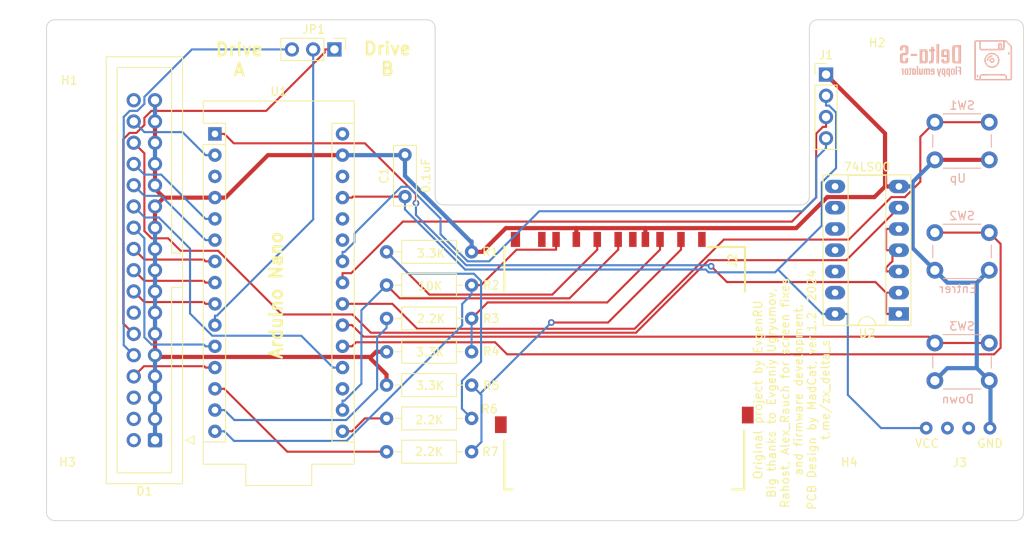
<source format=kicad_pcb>
(kicad_pcb (version 20221018) (generator pcbnew)
  (title_block (title "Delta-S Floppy Emu") (date "2024-08-09") (rev "1") (company "https://t.me/zx_delta_s"))
  (layers (0 "F.Cu" signal) (31 "B.Cu" signal) (34 "B.Paste" user) (35 "F.Paste" user) (36 "B.SilkS" user "B.Silkscreen") (37 "F.SilkS" user "F.Silkscreen") (38 "B.Mask" user) (39 "F.Mask" user) (44 "Edge.Cuts" user))
  (net 0 "")
  (net 1 "GND")
  (net 5 "+5V")
  (net 6 "Net-(D1-MOTOR_0)")
  (net 7 "Net-(D1-DRIVE_SELECT_1)")
  (net 9 "D9")
  (net 10 "D6")
  (net 11 "D5")
  (net 12 "D4")
  (net 13 "D8")
  (net 14 "A0")
  (net 15 "D3")
  (net 16 "D2")
  (net 17 "TX")
  (net 19 "RX")
  (net 20 "SDA")
  (net 21 "Net-(J2-CD{slash}DAT3)")
  (net 22 "MISO")
  (net 23 "SCL")
  (net 24 "Net-(J2-CMD)")
  (net 25 "Net-(J2-CLK)")
  (net 26 "Net-(U1-A2{slash}D16)")
  (net 27 "Net-(U1-A3{slash}D17)")
  (net 28 "Net-(U1-A1{slash}D15)")
  (net 30 "Net-(JP1-C)")
  (net 31 "3.3V")
  (net 33 "MOSI")
  (net 34 "SCK")
  (net 41 "D10")
  (net 48 "Net-(U1-D1{slash}TX)")
  (net 49 "Net-(U2-Pad3)")
  (footprint "Floppy_ftprnt_lib:USB-C Power board" (layer "F.Cu") (at 201.3 101.75005)
    (fp_text reference "J3" (at 0.175 4.2 unlocked) (layer "F.SilkS"))
    (fp_text value "Power connector")
    (fp_text user "VCC      GND" (at -5.2625 2.5 unlocked) (layer "F.SilkS") (effects (justify left bottom)))
    (pad "1" thru_hole circle (at -3.8375 0.075) (size 1.524 1.524) (drill 0.762) (layers "*.Cu" "*.Mask") (net 5 "+5V"))
    (pad "2" thru_hole circle (at -1.2975 0.075) (size 1.524 1.524) (drill 0.762) (layers "*.Cu" "*.Mask"))
    (pad "3" thru_hole circle (at 1.2425 0.075) (size 1.524 1.524) (drill 0.762) (layers "*.Cu" "*.Mask"))
    (pad "4" thru_hole circle (at 3.7825 0.075) (size 1.524 1.524) (drill 0.762) (layers "*.Cu" "*.Mask") (net 1 "GND"))
  )
  (footprint "Floppy_ftprnt_lib:MountingHole_3.5mm" (layer "F.Cu") (at 94.8764 55.49925)
    (fp_text reference "H1" (at 0.2236 4.7508) (layer "F.SilkS"))
    (fp_text value "MountingHole_3.5mm")
    (pad "" np_thru_hole circle (at 0 0) (size 3.5 3.5) (drill 3.5) (layers "*.Cu" "*.Mask"))
  )
  (footprint "Floppy_ftprnt_lib:MountingHole_3.5mm" (layer "F.Cu") (at 188.276 110.39245)
    (fp_text reference "H4" (at 0 -4.5) (layer "F.SilkS"))
    (fp_text value "MountingHole_3.5mm")
    (pad "" np_thru_hole circle (at 0 0) (size 3.5 3.5) (drill 3.5) (layers "*.Cu" "*.Mask"))
  )
  (footprint "Floppy_ftprnt_lib:SDCARD_4UCONN" (layer "F.Cu") (at 161.4 80.26825 -90)
    (fp_text reference "J2" (at 0.54 -12.94 90) (layer "F.SilkS") (effects (font (thickness 0.2) bold) (justify right)))
    (fp_text value "SD_Card")
    (pad "" np_thru_hole circle (at 23.3 -11.94 270) (size 1.55 1.55) (drill 1.55) (layers "*.Cu" "*.Mask"))
    (pad "" np_thru_hole circle (at 23.3 12.32 270) (size 1.55 1.55) (drill 1.55) (layers "*.Cu" "*.Mask"))
    (pad "1" smd rect (at -1 -6.77 270) (size 1.8 0.9) (layers "F.Cu" "F.Paste" "F.Mask") (net 21 "Net-(J2-CD{slash}DAT3)"))
    (pad "2" smd rect (at -1 -4.27 270) (size 1.8 0.9) (layers "F.Cu" "F.Paste" "F.Mask") (net 24 "Net-(J2-CMD)"))
    (pad "3" smd rect (at -1 -2.52 270) (size 1.8 0.9) (layers "F.Cu" "F.Paste" "F.Mask") (net 1 "GND"))
    (pad "4" smd rect (at -1 0.73 270) (size 1.8 0.9) (layers "F.Cu" "F.Paste" "F.Mask") (net 31 "3.3V"))
    (pad "5" smd rect (at -1 3.23 270) (size 1.8 0.9) (layers "F.Cu" "F.Paste" "F.Mask") (net 25 "Net-(J2-CLK)"))
    (pad "6" smd rect (at -1 5.73 270) (size 1.8 0.9) (layers "F.Cu" "F.Paste" "F.Mask") (net 1 "GND"))
    (pad "7" smd rect (at -1 8.15 270) (size 1.8 0.9) (layers "F.Cu" "F.Paste" "F.Mask") (net 22 "MISO"))
    (pad "8" smd rect (at -1 9.85 270) (size 1.8 0.9) (layers "F.Cu" "F.Paste" "F.Mask"))
    (pad "9" smd rect (at -1 -9.27 270) (size 1.8 0.9) (layers "F.Cu" "F.Paste" "F.Mask"))
    (pad "10" smd rect (at -1 -1.02 270) (size 1.8 0.9) (layers "F.Cu" "F.Paste" "F.Mask"))
    (pad "11" smd rect (at -1 13 270) (size 1.8 1.1) (layers "F.Cu" "F.Paste" "F.Mask"))
    (pad "12" smd rect (at 20 -14.75 270) (size 2 1.4) (layers "F.Cu" "F.Paste" "F.Mask"))
    (pad "13" smd rect (at 21.15 14.75 270) (size 2 1.4) (layers "F.Cu" "F.Paste" "F.Mask"))
  )
  (footprint "Floppy_ftprnt_lib:R_Axial_DIN0207_L6.3mm_D2.5mm_P10.16mm_Horizontal" (layer "F.Cu") (at 143.16 88.71675 180)
    (fp_text reference "R3" (at -2.34 -0.033334) (layer "F.SilkS"))
    (fp_text value "2.2K" (at 4.86 -0.033334) (layer "F.SilkS"))
    (pad "1" thru_hole circle (at 0 0 180) (size 1.6 1.6) (drill 0.8) (layers "*.Cu" "*.Mask") (net 24 "Net-(J2-CMD)"))
    (pad "2" thru_hole oval (at 10.16 0 180) (size 1.6 1.6) (drill 0.8) (layers "*.Cu" "*.Mask") (net 33 "MOSI"))
  )
  (footprint "Floppy_ftprnt_lib:R_Axial_DIN0207_L6.3mm_D2.5mm_P10.16mm_Horizontal" (layer "F.Cu") (at 143.16 92.70005 180)
    (fp_text reference "R4" (at -2.34 0.049999) (layer "F.SilkS"))
    (fp_text value "3.3K" (at 4.96 -0.050001) (layer "F.SilkS"))
    (pad "1" thru_hole circle (at 0 0 180) (size 1.6 1.6) (drill 0.8) (layers "*.Cu" "*.Mask") (net 24 "Net-(J2-CMD)"))
    (pad "2" thru_hole oval (at 10.16 0 180) (size 1.6 1.6) (drill 0.8) (layers "*.Cu" "*.Mask") (net 1 "GND"))
  )
  (footprint "Floppy_ftprnt_lib:IDC-Header_2x17_P2.54mm_Vertical" (layer "F.Cu") (at 105.34 103.26585 180)
    (fp_text reference "D1" (at 1.27 -6.1) (layer "F.SilkS"))
    (fp_text value "Floppy Connector")
    (pad "1" thru_hole roundrect (at 0 0 180) (size 1.7 1.7) (drill 1) (layers "*.Cu" "*.Mask") (roundrect_rratio 0.147059) (net 1 "GND"))
    (pad "2" thru_hole circle (at 2.54 0 180) (size 1.7 1.7) (drill 1) (layers "*.Cu" "*.Mask"))
    (pad "3" thru_hole circle (at 0 2.54 180) (size 1.7 1.7) (drill 1) (layers "*.Cu" "*.Mask") (net 1 "GND"))
    (pad "4" thru_hole circle (at 2.54 2.54 180) (size 1.7 1.7) (drill 1) (layers "*.Cu" "*.Mask"))
    (pad "5" thru_hole circle (at 0 5.08 180) (size 1.7 1.7) (drill 1) (layers "*.Cu" "*.Mask") (net 1 "GND"))
    (pad "6" thru_hole circle (at 2.54 5.08 180) (size 1.7 1.7) (drill 1) (layers "*.Cu" "*.Mask"))
    (pad "7" thru_hole circle (at 0 7.62 180) (size 1.7 1.7) (drill 1) (layers "*.Cu" "*.Mask") (net 1 "GND"))
    (pad "8" thru_hole circle (at 2.54 7.62 180) (size 1.7 1.7) (drill 1) (layers "*.Cu" "*.Mask") (net 9 "D9"))
    (pad "9" thru_hole circle (at 0 10.16 180) (size 1.7 1.7) (drill 1) (layers "*.Cu" "*.Mask") (net 1 "GND"))
    (pad "10" thru_hole circle (at 2.54 10.16 180) (size 1.7 1.7) (drill 1) (layers "*.Cu" "*.Mask") (net 6 "Net-(D1-MOTOR_0)"))
    (pad "11" thru_hole circle (at 0 12.7 180) (size 1.7 1.7) (drill 1) (layers "*.Cu" "*.Mask") (net 1 "GND"))
    (pad "12" thru_hole circle (at 2.54 12.7 180) (size 1.7 1.7) (drill 1) (layers "*.Cu" "*.Mask") (net 7 "Net-(D1-DRIVE_SELECT_1)"))
    (pad "13" thru_hole circle (at 0 15.24 180) (size 1.7 1.7) (drill 1) (layers "*.Cu" "*.Mask") (net 1 "GND"))
    (pad "14" thru_hole circle (at 2.54 15.24 180) (size 1.7 1.7) (drill 1) (layers "*.Cu" "*.Mask"))
    (pad "15" thru_hole circle (at 0 17.78 180) (size 1.7 1.7) (drill 1) (layers "*.Cu" "*.Mask") (net 1 "GND"))
    (pad "16" thru_hole circle (at 2.54 17.78 180) (size 1.7 1.7) (drill 1) (layers "*.Cu" "*.Mask") (net 10 "D6"))
    (pad "17" thru_hole circle (at 0 20.32 180) (size 1.7 1.7) (drill 1) (layers "*.Cu" "*.Mask") (net 1 "GND"))
    (pad "18" thru_hole circle (at 2.54 20.32 180) (size 1.7 1.7) (drill 1) (layers "*.Cu" "*.Mask") (net 11 "D5"))
    (pad "19" thru_hole circle (at 0 22.86 180) (size 1.7 1.7) (drill 1) (layers "*.Cu" "*.Mask") (net 1 "GND"))
    (pad "20" thru_hole circle (at 2.54 22.86 180) (size 1.7 1.7) (drill 1) (layers "*.Cu" "*.Mask") (net 12 "D4"))
    (pad "21" thru_hole circle (at 0 25.4 180) (size 1.7 1.7) (drill 1) (layers "*.Cu" "*.Mask") (net 1 "GND"))
    (pad "22" thru_hole circle (at 2.54 25.4 180) (size 1.7 1.7) (drill 1) (layers "*.Cu" "*.Mask") (net 13 "D8"))
    (pad "23" thru_hole circle (at 0 27.94 180) (size 1.7 1.7) (drill 1) (layers "*.Cu" "*.Mask") (net 1 "GND"))
    (pad "24" thru_hole circle (at 2.54 27.94 180) (size 1.7 1.7) (drill 1) (layers "*.Cu" "*.Mask") (net 14 "A0"))
    (pad "25" thru_hole circle (at 0 30.48 180) (size 1.7 1.7) (drill 1) (layers "*.Cu" "*.Mask") (net 1 "GND"))
    (pad "26" thru_hole circle (at 2.54 30.48 180) (size 1.7 1.7) (drill 1) (layers "*.Cu" "*.Mask") (net 15 "D3"))
    (pad "27" thru_hole circle (at 0 33.02 180) (size 1.7 1.7) (drill 1) (layers "*.Cu" "*.Mask") (net 1 "GND"))
    (pad "28" thru_hole circle (at 2.54 33.02 180) (size 1.7 1.7) (drill 1) (layers "*.Cu" "*.Mask") (net 16 "D2"))
    (pad "29" thru_hole circle (at 0 35.56 180) (size 1.7 1.7) (drill 1) (layers "*.Cu" "*.Mask") (net 1 "GND"))
    (pad "30" thru_hole circle (at 2.54 35.56 180) (size 1.7 1.7) (drill 1) (layers "*.Cu" "*.Mask") (net 17 "TX"))
    (pad "31" thru_hole circle (at 0 38.1 180) (size 1.7 1.7) (drill 1) (layers "*.Cu" "*.Mask") (net 1 "GND"))
    (pad "32" thru_hole circle (at 2.54 38.1 180) (size 1.7 1.7) (drill 1) (layers "*.Cu" "*.Mask") (net 19 "RX"))
    (pad "33" thru_hole circle (at 0 40.64 180) (size 1.7 1.7) (drill 1) (layers "*.Cu" "*.Mask") (net 1 "GND"))
    (pad "34" thru_hole circle (at 2.54 40.64 180) (size 1.7 1.7) (drill 1) (layers "*.Cu" "*.Mask"))
  )
  (footprint "Floppy_ftprnt_lib:DIP-14_W7.62mm_Socket_LongPads" (layer "F.Cu") (at 194.2 88.17505 180)
    (fp_text reference "U2" (at 3.81 -2.33) (layer "F.SilkS"))
    (fp_text value "74LS00" (at 3.81 17.57) (layer "F.SilkS"))
    (pad "1" thru_hole rect (at 0 0 180) (size 2.4 1.6) (drill 0.8) (layers "*.Cu" "*.Mask") (net 48 "Net-(U1-D1{slash}TX)"))
    (pad "2" thru_hole oval (at 0 2.54 180) (size 2.4 1.6) (drill 0.8) (layers "*.Cu" "*.Mask") (net 48 "Net-(U1-D1{slash}TX)"))
    (pad "3" thru_hole oval (at 0 5.08 180) (size 2.4 1.6) (drill 0.8) (layers "*.Cu" "*.Mask") (net 49 "Net-(U2-Pad3)"))
    (pad "4" thru_hole oval (at 0 7.62 180) (size 2.4 1.6) (drill 0.8) (layers "*.Cu" "*.Mask") (net 49 "Net-(U2-Pad3)"))
    (pad "5" thru_hole oval (at 0 10.16 180) (size 2.4 1.6) (drill 0.8) (layers "*.Cu" "*.Mask") (net 49 "Net-(U2-Pad3)"))
    (pad "6" thru_hole oval (at 0 12.7 180) (size 2.4 1.6) (drill 0.8) (layers "*.Cu" "*.Mask") (net 17 "TX"))
    (pad "7" thru_hole oval (at 0 15.24 180) (size 2.4 1.6) (drill 0.8) (layers "*.Cu" "*.Mask") (net 1 "GND"))
    (pad "8" thru_hole oval (at 7.62 15.24 180) (size 2.4 1.6) (drill 0.8) (layers "*.Cu" "*.Mask"))
    (pad "9" thru_hole oval (at 7.62 12.7 180) (size 2.4 1.6) (drill 0.8) (layers "*.Cu" "*.Mask"))
    (pad "10" thru_hole oval (at 7.62 10.16 180) (size 2.4 1.6) (drill 0.8) (layers "*.Cu" "*.Mask"))
    (pad "11" thru_hole oval (at 7.62 7.62 180) (size 2.4 1.6) (drill 0.8) (layers "*.Cu" "*.Mask"))
    (pad "12" thru_hole oval (at 7.62 5.08 180) (size 2.4 1.6) (drill 0.8) (layers "*.Cu" "*.Mask"))
    (pad "13" thru_hole oval (at 7.62 2.54 180) (size 2.4 1.6) (drill 0.8) (layers "*.Cu" "*.Mask"))
    (pad "14" thru_hole oval (at 7.62 0 180) (size 2.4 1.6) (drill 0.8) (layers "*.Cu" "*.Mask") (net 5 "+5V"))
  )
  (footprint "Floppy_ftprnt_lib:MountingHole_3.5mm" (layer "F.Cu") (at 188.276 55.49925)
    (fp_text reference "H2" (at 3.324 0.2508) (layer "F.SilkS"))
    (fp_text value "MountingHole_3.5mm")
    (pad "" np_thru_hole circle (at 0 0) (size 3.5 3.5) (drill 3.5) (layers "*.Cu" "*.Mask"))
  )
  (footprint "Floppy_ftprnt_lib:Arduino_Nano" (layer "F.Cu") (at 112.5 66.65005)
    (fp_text reference "U1" (at 7.62 -5.08) (layer "F.SilkS"))
    (fp_text value "Arduino_Nano")
    (pad "1" thru_hole rect (at 0 0) (size 1.6 1.6) (drill 0.8) (layers "*.Cu" "*.Mask") (net 48 "Net-(U1-D1{slash}TX)"))
    (pad "2" thru_hole oval (at 0 2.54) (size 1.6 1.6) (drill 0.8) (layers "*.Cu" "*.Mask") (net 19 "RX"))
    (pad "3" thru_hole oval (at 0 5.08) (size 1.6 1.6) (drill 0.8) (layers "*.Cu" "*.Mask"))
    (pad "4" thru_hole oval (at 0 7.62) (size 1.6 1.6) (drill 0.8) (layers "*.Cu" "*.Mask") (net 1 "GND"))
    (pad "5" thru_hole oval (at 0 10.16) (size 1.6 1.6) (drill 0.8) (layers "*.Cu" "*.Mask") (net 16 "D2"))
    (pad "6" thru_hole oval (at 0 12.7) (size 1.6 1.6) (drill 0.8) (layers "*.Cu" "*.Mask") (net 15 "D3"))
    (pad "7" thru_hole oval (at 0 15.24) (size 1.6 1.6) (drill 0.8) (layers "*.Cu" "*.Mask") (net 12 "D4"))
    (pad "8" thru_hole oval (at 0 17.78) (size 1.6 1.6) (drill 0.8) (layers "*.Cu" "*.Mask") (net 11 "D5"))
    (pad "9" thru_hole oval (at 0 20.32) (size 1.6 1.6) (drill 0.8) (layers "*.Cu" "*.Mask") (net 10 "D6"))
    (pad "10" thru_hole oval (at 0 22.86) (size 1.6 1.6) (drill 0.8) (layers "*.Cu" "*.Mask") (net 30 "Net-(JP1-C)"))
    (pad "11" thru_hole oval (at 0 25.4) (size 1.6 1.6) (drill 0.8) (layers "*.Cu" "*.Mask") (net 13 "D8"))
    (pad "12" thru_hole oval (at 0 27.94) (size 1.6 1.6) (drill 0.8) (layers "*.Cu" "*.Mask") (net 9 "D9"))
    (pad "13" thru_hole oval (at 0 30.48) (size 1.6 1.6) (drill 0.8) (layers "*.Cu" "*.Mask") (net 41 "D10"))
    (pad "14" thru_hole oval (at 0 33.02) (size 1.6 1.6) (drill 0.8) (layers "*.Cu" "*.Mask") (net 33 "MOSI"))
    (pad "15" thru_hole oval (at 0 35.56) (size 1.6 1.6) (drill 0.8) (layers "*.Cu" "*.Mask") (net 22 "MISO"))
    (pad "16" thru_hole oval (at 15.24 35.56) (size 1.6 1.6) (drill 0.8) (layers "*.Cu" "*.Mask") (net 34 "SCK"))
    (pad "17" thru_hole oval (at 15.24 33.02) (size 1.6 1.6) (drill 0.8) (layers "*.Cu" "*.Mask") (net 31 "3.3V"))
    (pad "18" thru_hole oval (at 15.24 30.48) (size 1.6 1.6) (drill 0.8) (layers "*.Cu" "*.Mask"))
    (pad "19" thru_hole oval (at 15.24 27.94) (size 1.6 1.6) (drill 0.8) (layers "*.Cu" "*.Mask") (net 14 "A0"))
    (pad "20" thru_hole oval (at 15.24 25.4) (size 1.6 1.6) (drill 0.8) (layers "*.Cu" "*.Mask") (net 28 "Net-(U1-A1{slash}D15)"))
    (pad "21" thru_hole oval (at 15.24 22.86) (size 1.6 1.6) (drill 0.8) (layers "*.Cu" "*.Mask") (net 26 "Net-(U1-A2{slash}D16)"))
    (pad "22" thru_hole oval (at 15.24 20.32) (size 1.6 1.6) (drill 0.8) (layers "*.Cu" "*.Mask") (net 27 "Net-(U1-A3{slash}D17)"))
    (pad "23" thru_hole oval (at 15.24 17.78) (size 1.6 1.6) (drill 0.8) (layers "*.Cu" "*.Mask") (net 20 "SDA"))
    (pad "24" thru_hole oval (at 15.24 15.24) (size 1.6 1.6) (drill 0.8) (layers "*.Cu" "*.Mask") (net 23 "SCL"))
    (pad "25" thru_hole oval (at 15.24 12.7) (size 1.6 1.6) (drill 0.8) (layers "*.Cu" "*.Mask"))
    (pad "26" thru_hole oval (at 15.24 10.16) (size 1.6 1.6) (drill 0.8) (layers "*.Cu" "*.Mask"))
    (pad "27" thru_hole oval (at 15.24 7.62) (size 1.6 1.6) (drill 0.8) (layers "*.Cu" "*.Mask") (net 5 "+5V"))
    (pad "28" thru_hole oval (at 15.24 5.08) (size 1.6 1.6) (drill 0.8) (layers "*.Cu" "*.Mask"))
    (pad "29" thru_hole oval (at 15.24 2.54) (size 1.6 1.6) (drill 0.8) (layers "*.Cu" "*.Mask") (net 1 "GND"))
    (pad "30" thru_hole oval (at 15.24 0) (size 1.6 1.6) (drill 0.8) (layers "*.Cu" "*.Mask"))
  )
  (footprint "Floppy_ftprnt_lib:R_Axial_DIN0207_L6.3mm_D2.5mm_P10.16mm_Horizontal" (layer "F.Cu") (at 133 84.73335)
    (fp_text reference "R2" (at 12.5 0.016667) (layer "F.SilkS"))
    (fp_text value "10K" (at 5.2 0.116667) (layer "F.SilkS"))
    (pad "1" thru_hole circle (at 0 0) (size 1.6 1.6) (drill 0.8) (layers "*.Cu" "*.Mask") (net 31 "3.3V"))
    (pad "2" thru_hole oval (at 10.16 0) (size 1.6 1.6) (drill 0.8) (layers "*.Cu" "*.Mask") (net 22 "MISO"))
  )
  (footprint "Floppy_ftprnt_lib:R_Axial_DIN0207_L6.3mm_D2.5mm_P10.16mm_Horizontal" (layer "F.Cu") (at 143.16 96.68335 180)
    (fp_text reference "R5" (at -2.34 -0.066668) (layer "F.SilkS"))
    (fp_text value "3.3K" (at 4.96 -0.066668) (layer "F.SilkS"))
    (pad "1" thru_hole circle (at 0 0 180) (size 1.6 1.6) (drill 0.8) (layers "*.Cu" "*.Mask") (net 21 "Net-(J2-CD{slash}DAT3)"))
    (pad "2" thru_hole oval (at 10.16 0 180) (size 1.6 1.6) (drill 0.8) (layers "*.Cu" "*.Mask") (net 1 "GND"))
  )
  (footprint "Floppy_ftprnt_lib:MountingHole_3.5mm" (layer "F.Cu") (at 94.8764 110.39245)
    (fp_text reference "H3" (at 0 -4.5) (layer "F.SilkS"))
    (fp_text value "MountingHole_3.5mm")
    (pad "" np_thru_hole circle (at 0 0) (size 3.5 3.5) (drill 3.5) (layers "*.Cu" "*.Mask"))
  )
  (footprint "Floppy_ftprnt_lib:R_Axial_DIN0207_L6.3mm_D2.5mm_P10.16mm_Horizontal" (layer "F.Cu") (at 133 80.75005)
    (fp_text reference "R1" (at 12.4 0) (layer "F.SilkS"))
    (fp_text value "3.3K" (at 5.3 0.2) (layer "F.SilkS"))
    (pad "1" thru_hole circle (at 0 0) (size 1.6 1.6) (drill 0.8) (layers "*.Cu" "*.Mask") (net 25 "Net-(J2-CLK)"))
    (pad "2" thru_hole oval (at 10.16 0) (size 1.6 1.6) (drill 0.8) (layers "*.Cu" "*.Mask") (net 1 "GND"))
  )
  (footprint "Floppy_ftprnt_lib:PinHeader_1x04_P2.54mm_Vertical" (layer "F.Cu") (at 185.5 59.55005)
    (fp_text reference "J1" (at 0 -2.33) (layer "F.SilkS"))
    (fp_text value "SCREEN OUTPUT")
    (pad "1" thru_hole rect (at 0 0) (size 1.7 1.7) (drill 1) (layers "*.Cu" "*.Mask") (net 1 "GND"))
    (pad "2" thru_hole oval (at 0 2.54) (size 1.7 1.7) (drill 1) (layers "*.Cu" "*.Mask") (net 5 "+5V"))
    (pad "3" thru_hole oval (at 0 5.08) (size 1.7 1.7) (drill 1) (layers "*.Cu" "*.Mask") (net 20 "SDA"))
    (pad "4" thru_hole oval (at 0 7.62) (size 1.7 1.7) (drill 1) (layers "*.Cu" "*.Mask") (net 23 "SCL"))
  )
  (footprint "Floppy_ftprnt_lib:C_Disc_D7.0mm_W2.5mm_P5.00mm" (layer "F.Cu") (at 135.2 74.15005 90)
    (fp_text reference "C1" (at 2.5 -2.5 90) (layer "F.SilkS"))
    (fp_text value "0.1uF" (at 2.5 2.5 90) (layer "F.SilkS"))
    (pad "1" thru_hole circle (at 0 0 90) (size 1.6 1.6) (drill 0.8) (layers "*.Cu" "*.Mask") (net 5 "+5V"))
    (pad "2" thru_hole circle (at 5 0 90) (size 1.6 1.6) (drill 0.8) (layers "*.Cu" "*.Mask") (net 1 "GND"))
  )
  (footprint "Floppy_ftprnt_lib:R_Axial_DIN0207_L6.3mm_D2.5mm_P10.16mm_Horizontal" (layer "F.Cu") (at 143.16 104.65005 180)
    (fp_text reference "R7" (at -2.24 0) (layer "F.SilkS"))
    (fp_text value "2.2K" (at 5.08 0) (layer "F.SilkS"))
    (pad "1" thru_hole circle (at 0 0 180) (size 1.6 1.6) (drill 0.8) (layers "*.Cu" "*.Mask") (net 21 "Net-(J2-CD{slash}DAT3)"))
    (pad "2" thru_hole oval (at 10.16 0 180) (size 1.6 1.6) (drill 0.8) (layers "*.Cu" "*.Mask") (net 41 "D10"))
  )
  (footprint "Floppy_ftprnt_lib:PinHeader_1x03_P2.54mm_Vertical" (layer "F.Cu") (at 126.775 56.55005 -90)
    (fp_text reference "JP1" (at -2.4 2.475 -180) (layer "F.SilkS"))
    (fp_text value "Jumper_3_Open")
    (pad "1" thru_hole rect (at 0 0 270) (size 1.7 1.7) (drill 1) (layers "*.Cu" "*.Mask") (net 7 "Net-(D1-DRIVE_SELECT_1)"))
    (pad "2" thru_hole oval (at 0 2.54 270) (size 1.7 1.7) (drill 1) (layers "*.Cu" "*.Mask") (net 30 "Net-(JP1-C)"))
    (pad "3" thru_hole oval (at 0 5.08 270) (size 1.7 1.7) (drill 1) (layers "*.Cu" "*.Mask") (net 6 "Net-(D1-MOTOR_0)"))
  )
  (footprint "Floppy_ftprnt_lib:R_Axial_DIN0207_L6.3mm_D2.5mm_P10.16mm_Horizontal" (layer "F.Cu") (at 143.16 100.66675 180)
    (fp_text reference "R6" (at -2.14 1.116665) (layer "F.SilkS"))
    (fp_text value "2.2K" (at 5.06 -0.183335) (layer "F.SilkS"))
    (pad "1" thru_hole circle (at 0 0 180) (size 1.6 1.6) (drill 0.8) (layers "*.Cu" "*.Mask") (net 25 "Net-(J2-CLK)"))
    (pad "2" thru_hole oval (at 10.16 0 180) (size 1.6 1.6) (drill 0.8) (layers "*.Cu" "*.Mask") (net 34 "SCK"))
  )
  (footprint "Floppy_ftprnt_lib:SW_PUSH_6mm" (layer "B.Cu") (at 205 78.45005 180)
    (fp_text reference "SW2" (at 3.25 2) (layer "B.SilkS") (effects (justify mirror)))
    (fp_text value "Entrer" (at 3.75 -6.7) (layer "B.SilkS") (effects (justify mirror)))
    (pad "1" thru_hole circle (at 0 0 90) (size 2 2) (drill 1.1) (layers "*.Cu" "*.Mask") (net 28 "Net-(U1-A1{slash}D15)"))
    (pad "1" thru_hole circle (at 6.5 0 90) (size 2 2) (drill 1.1) (layers "*.Cu" "*.Mask") (net 28 "Net-(U1-A1{slash}D15)"))
    (pad "2" thru_hole circle (at 0 -4.5 90) (size 2 2) (drill 1.1) (layers "*.Cu" "*.Mask") (net 1 "GND"))
    (pad "2" thru_hole circle (at 6.5 -4.5 90) (size 2 2) (drill 1.1) (layers "*.Cu" "*.Mask") (net 1 "GND"))
  )
  (footprint "Floppy_ftprnt_lib:SW_PUSH_6mm" (layer "B.Cu") (at 205 91.65005 180)
    (fp_text reference "SW3" (at 3.25 2) (layer "B.SilkS") (effects (justify mirror)))
    (fp_text value "Down" (at 3.75 -6.7) (layer "B.SilkS") (effects (justify mirror)))
    (pad "1" thru_hole circle (at 0 0 90) (size 2 2) (drill 1.1) (layers "*.Cu" "*.Mask") (net 26 "Net-(U1-A2{slash}D16)"))
    (pad "1" thru_hole circle (at 6.5 0 90) (size 2 2) (drill 1.1) (layers "*.Cu" "*.Mask") (net 26 "Net-(U1-A2{slash}D16)"))
    (pad "2" thru_hole circle (at 0 -4.5 90) (size 2 2) (drill 1.1) (layers "*.Cu" "*.Mask") (net 1 "GND"))
    (pad "2" thru_hole circle (at 6.5 -4.5 90) (size 2 2) (drill 1.1) (layers "*.Cu" "*.Mask") (net 1 "GND"))
  )
  (footprint "Floppy_ftprnt_lib:logo2" (layer "B.Cu") (at 200.7 57.85005 180)
    (fp_text reference "G***")
    (fp_text value "LOGO" hide)
  )
  (footprint "Floppy_ftprnt_lib:SW_PUSH_6mm" (layer "B.Cu") (at 205 65.25005 180)
    (fp_text reference "SW1" (at 3.25 2) (layer "B.SilkS") (effects (justify mirror)))
    (fp_text value "Up" (at 3.75 -6.7) (layer "B.SilkS") (effects (justify mirror)))
    (pad "1" thru_hole circle (at 0 0 90) (size 2 2) (drill 1.1) (layers "*.Cu" "*.Mask") (net 27 "Net-(U1-A3{slash}D17)"))
    (pad "1" thru_hole circle (at 6.5 0 90) (size 2 2) (drill 1.1) (layers "*.Cu" "*.Mask") (net 27 "Net-(U1-A3{slash}D17)"))
    (pad "2" thru_hole circle (at 0 -4.5 90) (size 2 2) (drill 1.1) (layers "*.Cu" "*.Mask") (net 1 "GND"))
    (pad "2" thru_hole circle (at 6.5 -4.5 90) (size 2 2) (drill 1.1) (layers "*.Cu" "*.Mask") (net 1 "GND"))
  )
  (gr_arc (start 92.3764 53.99925) (mid 92.669293 53.292143) (end 93.3764 52.99925) (stroke (width 0.1)) (layer "Edge.Cuts"))
  (gr_arc (start 137.8076 52.99925) (mid 138.514707 53.292143) (end 138.8076 53.99925) (stroke (width 0.1)) (layer "Edge.Cuts"))
  (gr_arc (start 93.3764 112.89245) (mid 92.669293 112.599557) (end 92.3764 111.89245) (stroke (width 0.1)) (layer "Edge.Cuts"))
  (gr_line (start 183.5116 74.14805) (end 183.5116 53.99925) (stroke (width 0.1)) (layer "Edge.Cuts"))
  (gr_arc (start 208.1 52.99925) (mid 208.807107 53.292143) (end 209.1 53.99925) (stroke (width 0.1)) (layer "Edge.Cuts"))
  (gr_line (start 209.1 53.99925) (end 209.1 111.89245) (stroke (width 0.1)) (layer "Edge.Cuts"))
  (gr_arc (start 183.5116 53.99925) (mid 183.804493 53.292143) (end 184.5116 52.99925) (stroke (width 0.1)) (layer "Edge.Cuts"))
  (gr_line (start 92.3764 111.89245) (end 92.3764 53.99925) (stroke (width 0.1)) (layer "Edge.Cuts"))
  (gr_line (start 184.5116 52.99925) (end 208.1 52.99925) (stroke (width 0.1)) (layer "Edge.Cuts"))
  (gr_arc (start 183.5116 74.14805) (mid 183.218707 74.855157) (end 182.5116 75.14805) (stroke (width 0.1)) (layer "Edge.Cuts"))
  (gr_arc (start 209.1 111.89245) (mid 208.807107 112.599557) (end 208.1 112.89245) (stroke (width 0.1)) (layer "Edge.Cuts"))
  (gr_arc (start 139.8076 75.14805) (mid 139.100493 74.855157) (end 138.8076 74.14805) (stroke (width 0.1)) (layer "Edge.Cuts"))
  (gr_line (start 208.1 112.89245) (end 93.3764 112.89245) (stroke (width 0.1)) (layer "Edge.Cuts"))
  (gr_line (start 93.3764 52.99925) (end 137.8076 52.99925) (stroke (width 0.1)) (layer "Edge.Cuts"))
  (gr_line (start 139.8076 75.14805) (end 182.5116 75.14805) (stroke (width 0.1)) (layer "Edge.Cuts"))
  (gr_line (start 138.8076 53.99925) (end 138.8076 74.14805) (stroke (width 0.1)) (layer "Edge.Cuts"))
  (gr_text "Arduino Nano" (at 119.8 85.95005 90) (layer "F.SilkS") (effects (font (size 1.5 1.5) (thickness 0.3) bold)))
  (gr_text "Drive\nB" (at 133.1 59.75005) (layer "F.SilkS") (effects (font (size 1.5 1.5) (thickness 0.3) bold) (justify bottom)))
  (gr_text "Original project by EvgenRU\nBig thanks to Evgeniy Ugryumov, \nRahost, Alex_Rauch for screen fixes \nand firmware development.\nPCB Design by MadCat, ver.1.2, 2024\nt.me/zx_delta_s" (at 186 97.25005 90) (layer "F.SilkS") (effects (font (size 1 1)) (justify bottom)))
  (gr_text "Drive\nA" (at 115.4 59.85005) (layer "F.SilkS") (effects (font (size 1.5 1.5) (thickness 0.3) bold) (justify bottom)))
  (segment (start 112.5 74.27005) (end 113.7519 74.27005) (width 0.5) (layer "F.Cu") (net 1))
  (segment (start 105.5542 93.32005) (end 131.1281 93.32005) (width 0.5) (layer "F.Cu") (net 1))
  (segment (start 185.6515 74.20505) (end 191.2781 74.20505) (width 0.5) (layer "F.Cu") (net 1))
  (segment (start 105.34 72.78585) (end 105.34 73.21425) (width 0.5) (layer "F.Cu") (net 1))
  (segment (start 155.67 79.26825) (end 155.67 77.91635) (width 0.5) (layer "F.Cu") (net 1))
  (segment (start 127.74 69.19005) (end 126.4881 69.19005) (width 0.5) (layer "F.Cu") (net 1))
  (segment (start 181.9402 77.91635) (end 185.6515 74.20505) (width 0.5) (layer "F.Cu") (net 1))
  (segment (start 192.5481 72.93505) (end 192.5481 66.59815) (width 0.5) (layer "F.Cu") (net 1))
  (segment (start 131.1281 93.32005) (end 131.7481 92.70005) (width 0.5) (layer "F.Cu") (net 1))
  (segment (start 194.2 72.93505) (end 192.5481 72.93505) (width 0.5) (layer "F.Cu") (net 1))
  (segment (start 192.5481 66.59815) (end 185.5 59.55005) (width 0.5) (layer "F.Cu") (net 1))
  (segment (start 191.2781 74.20505) (end 192.5481 72.93505) (width 0.5) (layer "F.Cu") (net 1))
  (segment (start 105.34 65.16585) (end 105.34 67.70585) (width 0.5) (layer "F.Cu") (net 1))
  (segment (start 106.3958 74.27005) (end 105.34 75.32585) (width 0.5) (layer "F.Cu") (net 1))
  (segment (start 163.92 77.91635) (end 181.9402 77.91635) (width 0.5) (layer "F.Cu") (net 1))
  (segment (start 205 69.75005) (end 198.5 69.75005) (width 0.5) (layer "F.Cu") (net 1))
  (segment (start 105.34 90.56585) (end 105.34 93.10585) (width 0.5) (layer "F.Cu") (net 1))
  (segment (start 118.8319 69.19005) (end 113.7519 74.27005) (width 0.5) (layer "F.Cu") (net 1))
  (segment (start 163.92 79.26825) (end 163.92 77.91635) (width 0.5) (layer "F.Cu") (net 1))
  (segment (start 133 96.68335) (end 133 95.43145) (width 0.5) (layer "F.Cu") (net 1))
  (segment (start 105.34 70.24585) (end 105.34 72.78585) (width 0.5) (layer "F.Cu") (net 1))
  (segment (start 131.1281 93.32005) (end 131.1281 93.55955) (width 0.5) (layer "F.Cu") (net 1))
  (segment (start 147.2456 77.91635) (end 155.67 77.91635) (width 0.5) (layer "F.Cu") (net 1))
  (segment (start 143.16 80.75005) (end 144.4119 80.75005) (width 0.5) (layer "F.Cu") (net 1))
  (segment (start 105.34 75.32585) (end 105.34 77.86585) (width 0.5) (layer "F.Cu") (net 1))
  (segment (start 126.4881 69.19005) (end 118.8319 69.19005) (width 0.5) (layer "F.Cu") (net 1))
  (segment (start 131.1281 93.55955) (end 133 95.43145) (width 0.5) (layer "F.Cu") (net 1))
  (segment (start 105.34 73.21425) (end 106.3958 74.27005) (width 0.5) (layer "F.Cu") (net 1))
  (segment (start 133 92.70005) (end 131.7481 92.70005) (width 0.5) (layer "F.Cu") (net 1))
  (segment (start 112.5 74.27005) (end 106.3958 74.27005) (width 0.5) (layer "F.Cu") (net 1))
  (segment (start 144.4119 80.75005) (end 147.2456 77.91635) (width 0.5) (layer "F.Cu") (net 1))
  (segment (start 163.92 77.91635) (end 155.67 77.91635) (width 0.5) (layer "F.Cu") (net 1))
  (segment (start 105.34 93.10585) (end 105.5542 93.32005) (width 0.5) (layer "F.Cu") (net 1))
  (segment (start 143.16 80.75005) (end 143.16 79.49815) (width 0.5) (layer "B.Cu") (net 1))
  (segment (start 195.8519 80.30195) (end 195.8519 72.93505) (width 0.5) (layer "B.Cu") (net 1))
  (segment (start 105.34 77.86585) (end 105.34 80.40585) (width 0.5) (layer "B.Cu") (net 1))
  (segment (start 105.34 98.18585) (end 105.34 100.72585) (width 0.5) (layer "B.Cu") (net 1))
  (segment (start 135.2 69.19005) (end 135.2 69.15005) (width 0.5) (layer "B.Cu") (net 1))
  (segment (start 135.2 69.19005) (end 128.9919 69.19005) (width 0.5) (layer "B.Cu") (net 1))
  (segment (start 105.34 67.70585) (end 105.34 70.24585) (width 0.5) (layer "B.Cu") (net 1))
  (segment (start 203.5103 84.43975) (end 203.5103 94.66035) (width 0.5) (layer "B.Cu") (net 1))
  (segment (start 135.2 71.66365) (end 135.2 69.19005) (width 0.5) (layer "B.Cu") (net 1))
  (segment (start 199.9897 94.66035) (end 198.5 96.15005) (width 0.5) (layer "B.Cu") (net 1))
  (segment (start 203.5103 94.66035) (end 205 96.15005) (width 0.5) (layer "B.Cu") (net 1))
  (segment (start 105.34 80.40585) (end 105.34 82.94585) (width 0.5) (layer "B.Cu") (net 1))
  (segment (start 195.8519 72.39815) (end 195.8519 72.93505) (width 0.5) (layer "B.Cu") (net 1))
  (segment (start 203.5103 84.43975) (end 199.9897 84.43975) (width 0.5) (layer "B.Cu") (net 1))
  (segment (start 105.34 85.48585) (end 105.34 82.94585) (width 0.5) (layer "B.Cu") (net 1))
  (segment (start 205 82.95005) (end 203.5103 84.43975) (width 0.5) (layer "B.Cu") (net 1))
  (segment (start 205.0825 101.82505) (end 205.145 101.76255) (width 0.5) (layer "B.Cu") (net 1))
  (segment (start 198.5 82.95005) (end 195.8519 80.30195) (width 0.5) (layer "B.Cu") (net 1))
  (segment (start 143.0345 79.49815) (end 135.2 71.66365) (width 0.5) (layer "B.Cu") (net 1))
  (segment (start 105.34 88.02585) (end 105.34 90.56585) (width 0.5) (layer "B.Cu") (net 1))
  (segment (start 199.9897 84.43975) (end 198.5 82.95005) (width 0.5) (layer "B.Cu") (net 1))
  (segment (start 105.34 93.10585) (end 105.34 95.64585) (width 0.5) (layer "B.Cu") (net 1))
  (segment (start 203.5103 94.66035) (end 199.9897 94.66035) (width 0.5) (layer "B.Cu") (net 1))
  (segment (start 127.74 69.19005) (end 128.9919 69.19005) (width 0.5) (layer "B.Cu") (net 1))
  (segment (start 143.16 79.49815) (end 143.0345 79.49815) (width 0.5) (layer "B.Cu") (net 1))
  (segment (start 198.5 69.75005) (end 195.8519 72.39815) (width 0.5) (layer "B.Cu") (net 1))
  (segment (start 205.145 96.29505) (end 205 96.15005) (width 0.5) (layer "B.Cu") (net 1))
  (segment (start 194.2 72.93505) (end 195.8519 72.93505) (width 0.5) (layer "B.Cu") (net 1))
  (segment (start 105.34 100.72585) (end 105.34 103.26585) (width 0.5) (layer "B.Cu") (net 1))
  (segment (start 105.34 88.02585) (end 105.34 85.48585) (width 0.5) (layer "B.Cu") (net 1))
  (segment (start 105.34 95.64585) (end 105.34 98.18585) (width 0.5) (layer "B.Cu") (net 1))
  (segment (start 205.145 101.76255) (end 205.145 96.29505) (width 0.5) (layer "B.Cu") (net 1))
  (segment (start 105.34 62.62585) (end 105.34 65.16585) (width 0.5) (layer "B.Cu") (net 1))
  (segment (start 135.2 74.15005) (end 128.9869 74.15005) (width 0.25) (layer "F.Cu") (net 5))
  (segment (start 128.9869 74.15005) (end 128.8669 74.27005) (width 0.25) (layer "F.Cu") (net 5))
  (segment (start 127.74 74.27005) (end 128.8669 74.27005) (width 0.25) (layer "F.Cu") (net 5))
  (segment (start 179.413 83.20135) (end 179.7462 82.86815) (width 0.25) (layer "B.Cu") (net 5))
  (segment (start 171.4712 83.20135) (end 179.413 83.20135) (width 0.25) (layer "B.Cu") (net 5))
  (segment (start 185.8678 63.26695) (end 186.6973 64.09645) (width 0.25) (layer "B.Cu") (net 5))
  (segment (start 186.6973 70.74915) (end 184.9916 72.45485) (width 0.25) (layer "B.Cu") (net 5))
  (segment (start 184.9916 77.62275) (end 179.7462 82.86815) (width 0.25) (layer "B.Cu") (net 5))
  (segment (start 186.6973 64.09645) (end 186.6973 70.74915) (width 0.25) (layer "B.Cu") (net 5))
  (segment (start 188.1069 97.85695) (end 192.075 101.82505) (width 0.25) (layer "B.Cu") (net 5))
  (segment (start 185.5 62.09005) (end 185.5 63.26695) (width 0.25) (layer "B.Cu") (net 5))
  (segment (start 179.7462 82.86815) (end 185.0531 88.17505) (width 0.25) (layer "B.Cu") (net 5))
  (segment (start 188.1069 88.17505) (end 188.1069 97.85695) (width 0.25) (layer "B.Cu") (net 5))
  (segment (start 184.9916 72.45485) (end 184.9916 77.62275) (width 0.25) (layer "B.Cu") (net 5))
  (segment (start 135.2 75.68155) (end 142.3866 82.86815) (width 0.25) (layer "B.Cu") (net 5))
  (segment (start 142.3866 82.86815) (end 171.138 82.86815) (width 0.25) (layer "B.Cu") (net 5))
  (segment (start 186.58 88.17505) (end 185.0531 88.17505) (width 0.25) (layer "B.Cu") (net 5))
  (segment (start 185.5 63.26695) (end 185.8678 63.26695) (width 0.25) (layer "B.Cu") (net 5))
  (segment (start 192.075 101.82505) (end 197.4625 101.82505) (width 0.25) (layer "B.Cu") (net 5))
  (segment (start 135.2 74.15005) (end 135.2 75.68155) (width 0.25) (layer "B.Cu") (net 5))
  (segment (start 171.138 82.86815) (end 171.4712 83.20135) (width 0.25) (layer "B.Cu") (net 5))
  (segment (start 186.58 88.17505) (end 188.1069 88.17505) (width 0.25) (layer "B.Cu") (net 5))
  (segment (start 101.6026 91.90845) (end 101.6026 64.62065) (width 0.25) (layer "B.Cu") (net 6))
  (segment (start 109.7386 56.55005) (end 121.695 56.55005) (width 0.25) (layer "B.Cu") (net 6))
  (segment (start 104.07 62.21865) (end 109.7386 56.55005) (width 0.25) (layer "B.Cu") (net 6))
  (segment (start 103.2309 63.89585) (end 104.07 63.05675) (width 0.25) (layer "B.Cu") (net 6))
  (segment (start 102.3274 63.89585) (end 103.2309 63.89585) (width 0.25) (layer "B.Cu") (net 6))
  (segment (start 102.8 93.10585) (end 101.6026 91.90845) (width 0.25) (layer "B.Cu") (net 6))
  (segment (start 104.07 63.05675) (end 104.07 62.21865) (width 0.25) (layer "B.Cu") (net 6))
  (segment (start 101.6026 64.62065) (end 102.3274 63.89585) (width 0.25) (layer "B.Cu") (net 6))
  (segment (start 101.5446 89.31045) (end 101.5446 67.28955) (width 0.25) (layer "F.Cu") (net 7))
  (segment (start 104.9091 63.89585) (end 118.6201 63.89585) (width 0.25) (layer "F.Cu") (net 7))
  (segment (start 118.6201 63.89585) (end 125.5981 56.91785) (width 0.25) (layer "F.Cu") (net 7))
  (segment (start 125.5981 56.91785) (end 125.5981 56.55005) (width 0.25) (layer "F.Cu") (net 7))
  (segment (start 126.775 56.55005) (end 125.5981 56.55005) (width 0.25) (layer "F.Cu") (net 7))
  (segment (start 104.07 64.73495) (end 104.9091 63.89585) (width 0.25) (layer "F.Cu") (net 7))
  (segment (start 102.8 90.56585) (end 101.5446 89.31045) (width 0.25) (layer "F.Cu") (net 7))
  (segment (start 103.1159 66.52895) (end 104.07 65.57485) (width 0.25) (layer "F.Cu") (net 7))
  (segment (start 101.5446 67.28955) (end 102.3052 66.52895) (width 0.25) (layer "F.Cu") (net 7))
  (segment (start 104.07 65.57485) (end 104.07 64.73495) (width 0.25) (layer "F.Cu") (net 7))
  (segment (start 102.3052 66.52895) (end 103.1159 66.52895) (width 0.25) (layer "F.Cu") (net 7))
  (segment (start 104.0165 94.42935) (end 111.2124 94.42935) (width 0.25) (layer "F.Cu") (net 9))
  (segment (start 102.8 95.64585) (end 104.0165 94.42935) (width 0.25) (layer "F.Cu") (net 9))
  (segment (start 111.2124 94.42935) (end 111.3731 94.59005) (width 0.25) (layer "F.Cu") (net 9))
  (segment (start 112.5 94.59005) (end 111.3731 94.59005) (width 0.25) (layer "F.Cu") (net 9))
  (segment (start 111.1589 86.75585) (end 111.3731 86.97005) (width 0.25) (layer "F.Cu") (net 10))
  (segment (start 102.8 85.48585) (end 104.07 86.75585) (width 0.25) (layer "F.Cu") (net 10))
  (segment (start 112.5 86.97005) (end 111.3731 86.97005) (width 0.25) (layer "F.Cu") (net 10))
  (segment (start 104.07 86.75585) (end 111.1589 86.75585) (width 0.25) (layer "F.Cu") (net 10))
  (segment (start 102.8 82.94585) (end 104.07 84.21585) (width 0.25) (layer "F.Cu") (net 11))
  (segment (start 104.07 84.21585) (end 111.1589 84.21585) (width 0.25) (layer "F.Cu") (net 11))
  (segment (start 112.5 84.43005) (end 111.3731 84.43005) (width 0.25) (layer "F.Cu") (net 11))
  (segment (start 111.1589 84.21585) (end 111.3731 84.43005) (width 0.25) (layer "F.Cu") (net 11))
  (segment (start 102.8 80.40585) (end 104.07 81.67585) (width 0.25) (layer "F.Cu") (net 12))
  (segment (start 104.07 81.67585) (end 111.1589 81.67585) (width 0.25) (layer "F.Cu") (net 12))
  (segment (start 111.1589 81.67585) (end 111.3731 81.89005) (width 0.25) (layer "F.Cu") (net 12))
  (segment (start 112.5 81.89005) (end 111.3731 81.89005) (width 0.25) (layer "F.Cu") (net 12))
  (segment (start 111.1589 91.83585) (end 104.926 91.83585) (width 0.25) (layer "B.Cu") (net 13))
  (segment (start 112.5 92.05005) (end 111.3731 92.05005) (width 0.25) (layer "B.Cu") (net 13))
  (segment (start 104.07 90.97985) (end 104.07 79.13585) (width 0.25) (layer "B.Cu") (net 13))
  (segment (start 104.926 91.83585) (end 104.07 90.97985) (width 0.25) (layer "B.Cu") (net 13))
  (segment (start 104.07 79.13585) (end 102.8 77.86585) (width 0.25) (layer "B.Cu") (net 13))
  (segment (start 111.3731 92.05005) (end 111.1589 91.83585) (width 0.25) (layer "B.Cu") (net 13))
  (segment (start 122.8031 90.78005) (end 126.6131 94.59005) (width 0.25) (layer "B.Cu") (net 14))
  (segment (start 102.8 75.32585) (end 104.1219 76.64775) (width 0.25) (layer "B.Cu") (net 14))
  (segment (start 104.1219 76.64775) (end 105.801 76.64775) (width 0.25) (layer "B.Cu") (net 14))
  (segment (start 105.801 76.64775) (end 109.5246 80.37135) (width 0.25) (layer "B.Cu") (net 14))
  (segment (start 109.5246 80.37135) (end 109.5246 88.12845) (width 0.25) (layer "B.Cu") (net 14))
  (segment (start 112.1762 90.78005) (end 122.8031 90.78005) (width 0.25) (layer "B.Cu") (net 14))
  (segment (start 109.5246 88.12845) (end 112.1762 90.78005) (width 0.25) (layer "B.Cu") (net 14))
  (segment (start 127.74 94.59005) (end 126.6131 94.59005) (width 0.25) (layer "B.Cu") (net 14))
  (segment (start 112.5 79.35005) (end 111.3731 79.35005) (width 0.25) (layer "B.Cu") (net 15))
  (segment (start 104.07 74.05585) (end 106.0789 74.05585) (width 0.25) (layer "B.Cu") (net 15))
  (segment (start 106.0789 74.05585) (end 111.3731 79.35005) (width 0.25) (layer "B.Cu") (net 15))
  (segment (start 102.8 72.78585) (end 104.07 74.05585) (width 0.25) (layer "B.Cu") (net 15))
  (segment (start 112.5 76.81005) (end 111.3731 76.81005) (width 0.25) (layer "B.Cu") (net 16))
  (segment (start 102.8 70.24585) (end 104.07 71.51585) (width 0.25) (layer "B.Cu") (net 16))
  (segment (start 106.0789 71.51585) (end 111.3731 76.81005) (width 0.25) (layer "B.Cu") (net 16))
  (segment (start 104.07 71.51585) (end 106.0789 71.51585) (width 0.25) (layer "B.Cu") (net 16))
  (segment (start 112.8729 80.62005) (end 108.3932 80.62005) (width 0.25) (layer "F.Cu") (net 17))
  (segment (start 108.3932 80.62005) (end 106.909 79.13585) (width 0.25) (layer "F.Cu") (net 17))
  (segment (start 120.4929 88.24005) (end 112.8729 80.62005) (width 0.25) (layer "F.Cu") (net 17))
  (segment (start 128.9344 88.24005) (end 120.4929 88.24005) (width 0.25) (layer "F.Cu") (net 17))
  (segment (start 104.07 78.26935) (end 104.07 68.97585) (width 0.25) (layer "F.Cu") (net 17))
  (segment (start 104.9365 79.13585) (end 104.07 78.26935) (width 0.25) (layer "F.Cu") (net 17))
  (segment (start 104.07 68.97585) (end 102.8 67.70585) (width 0.25) (layer "F.Cu") (net 17))
  (segment (start 187.9275 81.74755) (end 171.4712 81.74755) (width 0.25) (layer "F.Cu") (net 17))
  (segment (start 162.7962 90.42255) (end 131.1169 90.42255) (width 0.25) (layer "F.Cu") (net 17))
  (segment (start 131.1169 90.42255) (end 128.9344 88.24005) (width 0.25) (layer "F.Cu") (net 17))
  (segment (start 106.909 79.13585) (end 104.9365 79.13585) (width 0.25) (layer "F.Cu") (net 17))
  (segment (start 194.2 75.47505) (end 187.9275 81.74755) (width 0.25) (layer "F.Cu") (net 17))
  (segment (start 171.4712 81.74755) (end 162.7962 90.42255) (width 0.25) (layer "F.Cu") (net 17))
  (segment (start 104.07 66.43585) (end 108.6189 66.43585) (width 0.25) (layer "B.Cu") (net 19))
  (segment (start 108.6189 66.43585) (end 111.3731 69.19005) (width 0.25) (layer "B.Cu") (net 19))
  (segment (start 112.5 69.19005) (end 111.3731 69.19005) (width 0.25) (layer "B.Cu") (net 19))
  (segment (start 102.8 65.16585) (end 104.07 66.43585) (width 0.25) (layer "B.Cu") (net 19))
  (segment (start 185.5 65.80695) (end 185.1321 65.80695) (width 0.25) (layer "F.Cu") (net 20))
  (segment (start 185.1321 65.80695) (end 184.3231 66.61595) (width 0.25) (layer "F.Cu") (net 20))
  (segment (start 127.74 84.43005) (end 127.74 83.30315) (width 0.25) (layer "F.Cu") (net 20))
  (segment (start 185.5 64.63005) (end 185.5 65.80695) (width 0.25) (layer "F.Cu") (net 20))
  (segment (start 184.3231 66.61595) (end 184.3231 74.23575) (width 0.25) (layer "F.Cu") (net 20))
  (segment (start 134.9494 77.13315) (end 128.7794 83.30315) (width 0.25) (layer "F.Cu") (net 20))
  (segment (start 184.3231 74.23575) (end 181.4257 77.13315) (width 0.25) (layer "F.Cu") (net 20))
  (segment (start 181.4257 77.13315) (end 134.9494 77.13315) (width 0.25) (layer "F.Cu") (net 20))
  (segment (start 128.7794 83.30315) (end 127.74 83.30315) (width 0.25) (layer "F.Cu") (net 20))
  (segment (start 159.4633 89.20185) (end 152.6877 89.20185) (width 0.25) (layer "F.Cu") (net 21))
  (segment (start 168.17 80.49515) (end 159.4633 89.20185) (width 0.25) (layer "F.Cu") (net 21))
  (segment (start 168.17 79.26825) (end 168.17 80.49515) (width 0.25) (layer "F.Cu") (net 21))
  (via (at 152.6877 89.20185) (size 0.8) (drill 0.4) (layers "F.Cu" "B.Cu") (net 21))
  (segment (start 144.3376 97.86095) (end 144.1831 97.70645) (width 0.25) (layer "B.Cu") (net 21))
  (segment (start 144.3376 103.47245) (end 144.3376 97.86095) (width 0.25) (layer "B.Cu") (net 21))
  (segment (start 144.1831 97.70645) (end 152.6877 89.20185) (width 0.25) (layer "B.Cu") (net 21))
  (segment (start 143.16 104.65005) (end 144.3376 103.47245) (width 0.25) (layer "B.Cu") (net 21))
  (segment (start 144.1831 97.70645) (end 143.16 96.68335) (width 0.25) (layer "B.Cu") (net 21))
  (segment (start 153.25 79.26825) (end 153.25 80.49515) (width 0.25) (layer "F.Cu") (net 22))
  (segment (start 143.16 84.73335) (end 144.2869 84.73335) (width 0.25) (layer "F.Cu") (net 22))
  (segment (start 148.5251 80.49515) (end 144.2869 84.73335) (width 0.25) (layer "F.Cu") (net 22))
  (segment (start 153.25 80.49515) (end 148.5251 80.49515) (width 0.25) (layer "F.Cu") (net 22))
  (segment (start 128.2253 103.35685) (end 114.7737 103.35685) (width 0.25) (layer "B.Cu") (net 22))
  (segment (start 114.7737 103.35685) (end 113.6269 102.21005) (width 0.25) (layer "B.Cu") (net 22))
  (segment (start 112.5 102.21005) (end 113.6269 102.21005) (width 0.25) (layer "B.Cu") (net 22))
  (segment (start 143.16 85.86025) (end 142.0331 86.98715) (width 0.25) (layer "B.Cu") (net 22))
  (segment (start 142.0331 89.54905) (end 128.2253 103.35685) (width 0.25) (layer "B.Cu") (net 22))
  (segment (start 143.16 84.73335) (end 143.16 85.86025) (width 0.25) (layer "B.Cu") (net 22))
  (segment (start 142.0331 86.98715) (end 142.0331 89.54905) (width 0.25) (layer "B.Cu") (net 22))
  (segment (start 182.689 75.89795) (end 151.2435 75.89795) (width 0.25) (layer "B.Cu") (net 23))
  (segment (start 185.5 68.34695) (end 184.3231 69.52385) (width 0.25) (layer "B.Cu") (net 23))
  (segment (start 139.4494 78.65275) (end 139.4494 76.76725) (width 0.25) (layer "B.Cu") (net 23))
  (segment (start 134.7598 72.97145) (end 129.1546 78.57665) (width 0.25) (layer "B.Cu") (net 23))
  (segment (start 139.4494 76.76725) (end 135.6536 72.97145) (width 0.25) (layer "B.Cu") (net 23))
  (segment (start 129.1546 78.57665) (end 129.1546 79.58205) (width 0.25) (layer "B.Cu") (net 23))
  (segment (start 142.6852 81.88855) (end 139.4494 78.65275) (width 0.25) (layer "B.Cu") (net 23))
  (segment (start 135.6536 72.97145) (end 134.7598 72.97145) (width 0.25) (layer "B.Cu") (net 23))
  (segment (start 184.3231 74.26385) (end 182.689 75.89795) (width 0.25) (layer "B.Cu") (net 23))
  (segment (start 151.2435 75.89795) (end 145.2529 81.88855) (width 0.25) (layer "B.Cu") (net 23))
  (segment (start 145.2529 81.88855) (end 142.6852 81.88855) (width 0.25) (layer "B.Cu") (net 23))
  (segment (start 185.5 67.17005) (end 185.5 68.34695) (width 0.25) (layer "B.Cu") (net 23))
  (segment (start 184.3231 69.52385) (end 184.3231 74.26385) (width 0.25) (layer "B.Cu") (net 23))
  (segment (start 127.74 81.89005) (end 127.74 80.76315) (width 0.25) (layer "B.Cu") (net 23))
  (segment (start 129.1546 79.58205) (end 127.9735 80.76315) (width 0.25) (layer "B.Cu") (net 23))
  (segment (start 127.9735 80.76315) (end 127.74 80.76315) (width 0.25) (layer "B.Cu") (net 23))
  (segment (start 165.67 79.26825) (end 165.67 80.49515) (width 0.25) (layer "F.Cu") (net 24))
  (segment (start 165.67 80.49515) (end 159.3626 86.80255) (width 0.25) (layer "F.Cu") (net 24))
  (segment (start 159.3626 86.80255) (end 145.0742 86.80255) (width 0.25) (layer "F.Cu") (net 24))
  (segment (start 145.0742 86.80255) (end 143.16 88.71675) (width 0.25) (layer "F.Cu") (net 24))
  (segment (start 143.16 88.71675) (end 143.16 92.70005) (width 0.25) (layer "B.Cu") (net 24))
  (segment (start 138.1114 85.86145) (end 133 80.75005) (width 0.25) (layer "F.Cu") (net 25))
  (segment (start 158.17 80.49515) (end 152.8037 85.86145) (width 0.25) (layer "F.Cu") (net 25))
  (segment (start 158.17 79.26825) (end 158.17 80.49515) (width 0.25) (layer "F.Cu") (net 25))
  (segment (start 152.8037 85.86145) (end 138.1114 85.86145) (width 0.25) (layer "F.Cu") (net 25))
  (segment (start 144.2913 93.89165) (end 144.2913 84.23515) (width 0.25) (layer "B.Cu") (net 25))
  (segment (start 144.2913 84.23515) (end 143.4253 83.36915) (width 0.25) (layer "B.Cu") (net 25))
  (segment (start 142.0056 99.51235) (end 142.0056 96.17735) (width 0.25) (layer "B.Cu") (net 25))
  (segment (start 142.0056 96.17735) (end 144.2913 93.89165) (width 0.25) (layer "B.Cu") (net 25))
  (segment (start 143.4253 83.36915) (end 135.6191 83.36915) (width 0.25) (layer "B.Cu") (net 25))
  (segment (start 143.16 100.66675) (end 142.0056 99.51235) (width 0.25) (layer "B.Cu") (net 25))
  (segment (start 135.6191 83.36915) (end 133 80.75005) (width 0.25) (layer "B.Cu") (net 25))
  (segment (start 130.2512 90.89435) (end 197.7443 90.89435) (width 0.25) (layer "F.Cu") (net 26))
  (segment (start 197.7443 90.89435) (end 198.5 91.65005) (width 0.25) (layer "F.Cu") (net 26))
  (segment (start 128.8669 89.51005) (end 130.2512 90.89435) (width 0.25) (layer "F.Cu") (net 26))
  (segment (start 205 91.65005) (end 198.5 91.65005) (width 0.25) (layer "F.Cu") (net 26))
  (segment (start 127.74 89.51005) (end 128.8669 89.51005) (width 0.25) (layer "F.Cu") (net 26))
  (segment (start 173.2944 79.28525) (end 162.6312 89.94845) (width 0.25) (layer "F.Cu") (net 27))
  (segment (start 196.7653 66.98475) (end 196.7653 72.36735) (width 0.25) (layer "F.Cu") (net 27))
  (segment (start 193.3062 74.20505) (end 188.226 79.28525) (width 0.25) (layer "F.Cu") (net 27))
  (segment (start 162.6312 89.94845) (end 136.6732 89.94845) (width 0.25) (layer "F.Cu") (net 27))
  (segment (start 188.226 79.28525) (end 173.2944 79.28525) (width 0.25) (layer "F.Cu") (net 27))
  (segment (start 133.6948 86.97005) (end 127.74 86.97005) (width 0.25) (layer "F.Cu") (net 27))
  (segment (start 196.7653 72.36735) (end 194.9276 74.20505) (width 0.25) (layer "F.Cu") (net 27))
  (segment (start 205 65.25005) (end 198.5 65.25005) (width 0.25) (layer "F.Cu") (net 27))
  (segment (start 194.9276 74.20505) (end 193.3062 74.20505) (width 0.25) (layer "F.Cu") (net 27))
  (segment (start 198.5 65.25005) (end 196.7653 66.98475) (width 0.25) (layer "F.Cu") (net 27))
  (segment (start 136.6732 89.94845) (end 133.6948 86.97005) (width 0.25) (layer "F.Cu") (net 27))
  (segment (start 145.9692 91.56715) (end 129.3498 91.56715) (width 0.25) (layer "F.Cu") (net 28))
  (segment (start 147.4088 93.00675) (end 145.9692 91.56715) (width 0.25) (layer "F.Cu") (net 28))
  (segment (start 205 78.45005) (end 206.3561 79.80615) (width 0.25) (layer "F.Cu") (net 28))
  (segment (start 129.3498 91.56715) (end 128.8669 92.05005) (width 0.25) (layer "F.Cu") (net 28))
  (segment (start 206.3561 79.80615) (end 206.3561 92.21855) (width 0.25) (layer "F.Cu") (net 28))
  (segment (start 205 78.45005) (end 198.5 78.45005) (width 0.25) (layer "F.Cu") (net 28))
  (segment (start 206.3561 92.21855) (end 205.5679 93.00675) (width 0.25) (layer "F.Cu") (net 28))
  (segment (start 205.5679 93.00675) (end 147.4088 93.00675) (width 0.25) (layer "F.Cu") (net 28))
  (segment (start 127.74 92.05005) (end 128.8669 92.05005) (width 0.25) (layer "F.Cu") (net 28))
  (segment (start 112.5 89.51005) (end 112.5 88.38315) (width 0.25) (layer "B.Cu") (net 30))
  (segment (start 112.7335 88.38315) (end 124.235 76.88165) (width 0.25) (layer "B.Cu") (net 30))
  (segment (start 124.235 76.88165) (end 124.235 56.55005) (width 0.25) (layer "B.Cu") (net 30))
  (segment (start 112.5 88.38315) (end 112.7335 88.38315) (width 0.25) (layer "B.Cu") (net 30))
  (segment (start 160.67 80.49515) (end 154.8518 86.31335) (width 0.25) (layer "F.Cu") (net 31))
  (segment (start 134.58 86.31335) (end 133 84.73335) (width 0.25) (layer "F.Cu") (net 31))
  (segment (start 160.67 79.26825) (end 160.67 80.49515) (width 0.25) (layer "F.Cu") (net 31))
  (segment (start 154.8518 86.31335) (end 134.58 86.31335) (width 0.25) (layer "F.Cu") (net 31))
  (segment (start 129.9966 87.73675) (end 133 84.73335) (width 0.25) (layer "B.Cu") (net 31))
  (segment (start 129.9966 96.52005) (end 129.9966 87.73675) (width 0.25) (layer "B.Cu") (net 31))
  (segment (start 127.9735 98.54315) (end 129.9966 96.52005) (width 0.25) (layer "B.Cu") (net 31))
  (segment (start 127.74 99.67005) (end 127.74 98.54315) (width 0.25) (layer "B.Cu") (net 31))
  (segment (start 127.74 98.54315) (end 127.9735 98.54315) (width 0.25) (layer "B.Cu") (net 31))
  (segment (start 131.8731 97.16325) (end 128.1757 100.86065) (width 0.25) (layer "B.Cu") (net 33))
  (segment (start 131.8731 90.97055) (end 131.8731 97.16325) (width 0.25) (layer "B.Cu") (net 33))
  (segment (start 114.8175 100.86065) (end 113.6269 99.67005) (width 0.25) (layer "B.Cu") (net 33))
  (segment (start 133 89.84365) (end 131.8731 90.97055) (width 0.25) (layer "B.Cu") (net 33))
  (segment (start 112.5 99.67005) (end 113.6269 99.67005) (width 0.25) (layer "B.Cu") (net 33))
  (segment (start 133 88.71675) (end 133 89.84365) (width 0.25) (layer "B.Cu") (net 33))
  (segment (start 128.1757 100.86065) (end 114.8175 100.86065) (width 0.25) (layer "B.Cu") (net 33))
  (segment (start 133 100.66675) (end 130.4102 100.66675) (width 0.25) (layer "F.Cu") (net 34))
  (segment (start 130.4102 100.66675) (end 128.8669 102.21005) (width 0.25) (layer "F.Cu") (net 34))
  (segment (start 127.74 102.21005) (end 128.8669 102.21005) (width 0.25) (layer "F.Cu") (net 34))
  (segment (start 133 104.65005) (end 121.1469 104.65005) (width 0.25) (layer "F.Cu") (net 41))
  (segment (start 121.1469 104.65005) (end 113.6269 97.13005) (width 0.25) (layer "F.Cu") (net 41))
  (segment (start 112.5 97.13005) (end 113.6269 97.13005) (width 0.25) (layer "F.Cu") (net 41))
  (segment (start 171.7722 82.47445) (end 173.6628 84.36505) (width 0.25) (layer "F.Cu") (net 48))
  (segment (start 113.6269 66.65005) (end 114.7538 67.77695) (width 0.25) (layer "F.Cu") (net 48))
  (segment (start 130.4206 67.77695) (end 136.5125 73.86885) (width 0.25) (layer "F.Cu") (net 48))
  (segment (start 191.4031 84.36505) (end 192.6731 85.63505) (width 0.25) (layer "F.Cu") (net 48))
  (segment (start 192.6731 85.63505) (end 192.6731 88.17505) (width 0.25) (layer "F.Cu") (net 48))
  (segment (start 194.2 88.17505) (end 192.6731 88.17505) (width 0.25) (layer "F.Cu") (net 48))
  (segment (start 194.2 85.63505) (end 192.6731 85.63505) (width 0.25) (layer "F.Cu") (net 48))
  (segment (start 173.6628 84.36505) (end 191.4031 84.36505) (width 0.25) (layer "F.Cu") (net 48))
  (segment (start 114.7538 67.77695) (end 130.4206 67.77695) (width 0.25) (layer "F.Cu") (net 48))
  (segment (start 136.5125 73.86885) (end 136.5125 74.93275) (width 0.25) (layer "F.Cu") (net 48))
  (segment (start 112.5 66.65005) (end 113.6269 66.65005) (width 0.25) (layer "F.Cu") (net 48))
  (via (at 136.5125 74.93275) (size 0.8) (drill 0.4) (layers "F.Cu" "B.Cu") (net 48))
  (via (at 171.7722 82.47445) (size 0.8) (drill 0.4) (layers "F.Cu" "B.Cu") (net 48))
  (segment (start 136.5125 76.35495) (end 142.5112 82.35365) (width 0.25) (layer "B.Cu") (net 48))
  (segment (start 136.5125 74.93275) (end 136.5125 76.35495) (width 0.25) (layer "B.Cu") (net 48))
  (segment (start 142.5112 82.35365) (end 171.6514 82.35365) (width 0.25) (layer "B.Cu") (net 48))
  (segment (start 171.6514 82.35365) (end 171.7722 82.47445) (width 0.25) (layer "B.Cu") (net 48))
  (segment (start 193.4366 80.55505) (end 192.6731 80.55505) (width 0.25) (layer "F.Cu") (net 49))
  (segment (start 194.2 80.55505) (end 193.4366 80.55505) (width 0.25) (layer "F.Cu") (net 49))
  (segment (start 194.2 83.09505) (end 192.6731 83.09505) (width 0.25) (layer "F.Cu") (net 49))
  (segment (start 192.6731 82.62825) (end 192.6731 83.09505) (width 0.25) (layer "F.Cu") (net 49))
  (segment (start 192.6731 78.01505) (end 192.6731 80.55505) (width 0.25) (layer "F.Cu") (net 49))
  (segment (start 194.2 78.01505) (end 192.6731 78.01505) (width 0.25) (layer "F.Cu") (net 49))
  (segment (start 193.4366 81.86485) (end 193.4365 81.86485) (width 0.25) (layer "F.Cu") (net 49))
  (segment (start 193.4365 81.86485) (end 192.6731 82.62825) (width 0.25) (layer "F.Cu") (net 49))
  (segment (start 193.4366 80.55505) (end 193.4366 81.86485) (width 0.25) (layer "F.Cu") (net 49))
)
</source>
